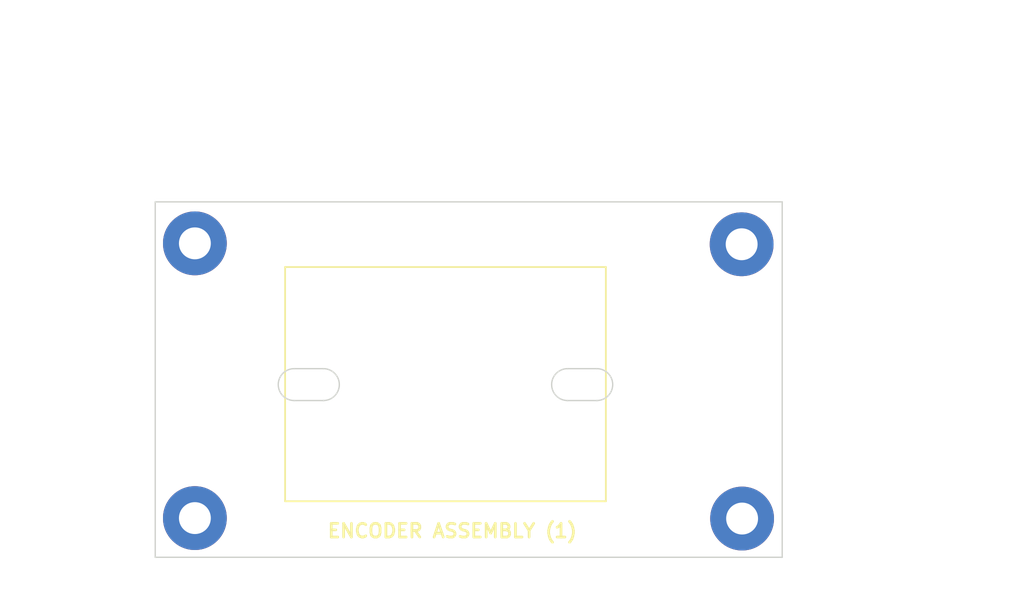
<source format=kicad_pcb>
(kicad_pcb (version 20171130) (host pcbnew "(5.0.0-3-g5ebb6b6)")

  (general
    (thickness 1.6)
    (drawings 33)
    (tracks 0)
    (zones 0)
    (modules 4)
    (nets 1)
  )

  (page A4)
  (layers
    (0 F.Cu signal)
    (31 B.Cu signal)
    (32 B.Adhes user)
    (33 F.Adhes user)
    (34 B.Paste user)
    (35 F.Paste user)
    (36 B.SilkS user)
    (37 F.SilkS user)
    (38 B.Mask user)
    (39 F.Mask user)
    (40 Dwgs.User user)
    (41 Cmts.User user)
    (42 Eco1.User user)
    (43 Eco2.User user)
    (44 Edge.Cuts user)
    (45 Margin user)
    (46 B.CrtYd user)
    (47 F.CrtYd user)
    (48 B.Fab user)
    (49 F.Fab user)
  )

  (setup
    (last_trace_width 0.25)
    (trace_clearance 0.2)
    (zone_clearance 0.508)
    (zone_45_only no)
    (trace_min 0.2)
    (segment_width 0.2)
    (edge_width 0.15)
    (via_size 0.8)
    (via_drill 0.4)
    (via_min_size 0.4)
    (via_min_drill 0.3)
    (uvia_size 0.3)
    (uvia_drill 0.1)
    (uvias_allowed no)
    (uvia_min_size 0.2)
    (uvia_min_drill 0.1)
    (pcb_text_width 0.3)
    (pcb_text_size 1.5 1.5)
    (mod_edge_width 0.15)
    (mod_text_size 1 1)
    (mod_text_width 0.15)
    (pad_size 7 7)
    (pad_drill 3.5)
    (pad_to_mask_clearance 0.2)
    (aux_axis_origin 0 0)
    (visible_elements FFFFFF7F)
    (pcbplotparams
      (layerselection 0x010f0_ffffffff)
      (usegerberextensions false)
      (usegerberattributes false)
      (usegerberadvancedattributes false)
      (creategerberjobfile false)
      (excludeedgelayer true)
      (linewidth 0.100000)
      (plotframeref false)
      (viasonmask false)
      (mode 1)
      (useauxorigin false)
      (hpglpennumber 1)
      (hpglpenspeed 20)
      (hpglpendiameter 15.000000)
      (psnegative false)
      (psa4output false)
      (plotreference true)
      (plotvalue true)
      (plotinvisibletext false)
      (padsonsilk false)
      (subtractmaskfromsilk false)
      (outputformat 1)
      (mirror false)
      (drillshape 0)
      (scaleselection 1)
      (outputdirectory "Gerber/"))
  )

  (net 0 "")

  (net_class Default "This is the default net class."
    (clearance 0.2)
    (trace_width 0.25)
    (via_dia 0.8)
    (via_drill 0.4)
    (uvia_dia 0.3)
    (uvia_drill 0.1)
  )

  (module MountingHole:MountingHole_3.5mm_Pad (layer F.Cu) (tedit 5CC966D0) (tstamp 5CE05EF5)
    (at 77.6 65.7)
    (descr "Mounting Hole 3.5mm")
    (tags "mounting hole 3.5mm")
    (attr virtual)
    (fp_text reference REF** (at 0 -4.5) (layer F.SilkS) hide
      (effects (font (size 1 1) (thickness 0.15)))
    )
    (fp_text value MountingHole_3.5mm_Pad (at 0 4.5) (layer F.Fab) hide
      (effects (font (size 1 1) (thickness 0.15)))
    )
    (fp_circle (center 0 0) (end 3.75 0) (layer F.CrtYd) (width 0.05))
    (fp_circle (center 0 0) (end 3.5 0) (layer Cmts.User) (width 0.15))
    (fp_text user %R (at 0.3 0) (layer F.Fab)
      (effects (font (size 1 1) (thickness 0.15)))
    )
    (pad "" thru_hole circle (at 0 0) (size 7 7) (drill 3.5) (layers *.Cu *.Mask))
  )

  (module MountingHole:MountingHole_3.5mm_Pad (layer F.Cu) (tedit 5CC966CB) (tstamp 5CE05F04)
    (at 77.6 95.85)
    (descr "Mounting Hole 3.5mm")
    (tags "mounting hole 3.5mm")
    (attr virtual)
    (fp_text reference REF** (at 0 -4.5) (layer F.SilkS) hide
      (effects (font (size 1 1) (thickness 0.15)))
    )
    (fp_text value MountingHole_3.5mm_Pad (at 0 4.5) (layer F.Fab) hide
      (effects (font (size 1 1) (thickness 0.15)))
    )
    (fp_circle (center 0 0) (end 3.75 0) (layer F.CrtYd) (width 0.05))
    (fp_circle (center 0 0) (end 3.5 0) (layer Cmts.User) (width 0.15))
    (fp_text user %R (at 0.3 0) (layer F.Fab)
      (effects (font (size 1 1) (thickness 0.15)))
    )
    (pad "" thru_hole circle (at 0 0) (size 7 7) (drill 3.5) (layers *.Cu *.Mask))
  )

  (module MountingHole:MountingHole_3.5mm_Pad (layer F.Cu) (tedit 5CC966C6) (tstamp 5CE05F13)
    (at 137.65 95.9)
    (descr "Mounting Hole 3.5mm")
    (tags "mounting hole 3.5mm")
    (attr virtual)
    (fp_text reference REF** (at 0 -4.5) (layer F.SilkS) hide
      (effects (font (size 1 1) (thickness 0.15)))
    )
    (fp_text value MountingHole_3.5mm_Pad (at 0 4.5) (layer F.Fab) hide
      (effects (font (size 1 1) (thickness 0.15)))
    )
    (fp_circle (center 0 0) (end 3.75 0) (layer F.CrtYd) (width 0.05))
    (fp_circle (center 0 0) (end 3.5 0) (layer Cmts.User) (width 0.15))
    (fp_text user %R (at 0.3 0) (layer F.Fab)
      (effects (font (size 1 1) (thickness 0.15)))
    )
    (pad "" thru_hole circle (at 0 0) (size 7 7) (drill 3.5) (layers *.Cu *.Mask))
  )

  (module MountingHole:MountingHole_3.5mm_Pad (layer F.Cu) (tedit 5CC966C0) (tstamp 5CE05F81)
    (at 137.6 65.8)
    (descr "Mounting Hole 3.5mm")
    (tags "mounting hole 3.5mm")
    (attr virtual)
    (fp_text reference REF** (at 0 -4.5) (layer F.SilkS) hide
      (effects (font (size 1 1) (thickness 0.15)))
    )
    (fp_text value MountingHole_3.5mm_Pad (at 0 4.5) (layer F.Fab) hide
      (effects (font (size 1 1) (thickness 0.15)))
    )
    (fp_circle (center 0 0) (end 3.75 0) (layer F.CrtYd) (width 0.05))
    (fp_circle (center 0 0) (end 3.5 0) (layer Cmts.User) (width 0.15))
    (fp_text user %R (at 0.3 0) (layer F.Fab)
      (effects (font (size 1 1) (thickness 0.15)))
    )
    (pad "" thru_hole circle (at 0 0) (size 7 7) (drill 3.5) (layers *.Cu *.Mask))
  )

  (dimension 68.85 (width 0.3) (layer Dwgs.User)
    (gr_text "68.850 mm" (at 107.575 40.1) (layer Dwgs.User)
      (effects (font (size 1.5 1.5) (thickness 0.3)))
    )
    (feature1 (pts (xy 73.15 62.9) (xy 73.15 41.613579)))
    (feature2 (pts (xy 142 62.9) (xy 142 41.613579)))
    (crossbar (pts (xy 142 42.2) (xy 73.15 42.2)))
    (arrow1a (pts (xy 73.15 42.2) (xy 74.276504 41.613579)))
    (arrow1b (pts (xy 73.15 42.2) (xy 74.276504 42.786421)))
    (arrow2a (pts (xy 142 42.2) (xy 140.873496 41.613579)))
    (arrow2b (pts (xy 142 42.2) (xy 140.873496 42.786421)))
  )
  (dimension 39 (width 0.3) (layer Dwgs.User)
    (gr_text "39.000 mm" (at 166.65 80.6 270) (layer Dwgs.User)
      (effects (font (size 1.5 1.5) (thickness 0.3)))
    )
    (feature1 (pts (xy 141.55 100.1) (xy 165.136421 100.1)))
    (feature2 (pts (xy 141.55 61.1) (xy 165.136421 61.1)))
    (crossbar (pts (xy 164.55 61.1) (xy 164.55 100.1)))
    (arrow1a (pts (xy 164.55 100.1) (xy 163.963579 98.973496)))
    (arrow1b (pts (xy 164.55 100.1) (xy 165.136421 98.973496)))
    (arrow2a (pts (xy 164.55 61.1) (xy 163.963579 62.226504)))
    (arrow2b (pts (xy 164.55 61.1) (xy 165.136421 62.226504)))
  )
  (dimension 12.9 (width 0.3) (layer Dwgs.User)
    (gr_text "12.900 mm" (at 128.248884 74.7 90) (layer Dwgs.User)
      (effects (font (size 1.5 1.5) (thickness 0.3)))
    )
    (feature1 (pts (xy 121.15 68.25) (xy 126.735305 68.25)))
    (feature2 (pts (xy 121.15 81.15) (xy 126.735305 81.15)))
    (crossbar (pts (xy 126.148884 81.15) (xy 126.148884 68.25)))
    (arrow1a (pts (xy 126.148884 68.25) (xy 126.735305 69.376504)))
    (arrow1b (pts (xy 126.148884 68.25) (xy 125.562463 69.376504)))
    (arrow2a (pts (xy 126.148884 81.15) (xy 126.735305 80.023496)))
    (arrow2b (pts (xy 126.148884 81.15) (xy 125.562463 80.023496)))
  )
  (dimension 12.850389 (width 0.3) (layer Dwgs.User)
    (gr_text "12.850 mm" (at 128.249794 87.522083 270.4458726) (layer Dwgs.User)
      (effects (font (size 1.5 1.5) (thickness 0.3)))
    )
    (feature1 (pts (xy 121.5 94) (xy 126.786261 93.958862)))
    (feature2 (pts (xy 121.4 81.15) (xy 126.686261 81.108862)))
    (crossbar (pts (xy 126.099858 81.113425) (xy 126.199858 93.963425)))
    (arrow1a (pts (xy 126.199858 93.963425) (xy 125.604689 92.841519)))
    (arrow1b (pts (xy 126.199858 93.963425) (xy 126.777495 92.832392)))
    (arrow2a (pts (xy 126.099858 81.113425) (xy 125.522221 82.244458)))
    (arrow2b (pts (xy 126.099858 81.113425) (xy 126.695027 82.235331)))
  )
  (gr_arc (start 88.5 81.2) (end 88.5 79.45) (angle -180) (layer Edge.Cuts) (width 0.15) (tstamp 5CE14E85))
  (gr_arc (start 91.7 81.2) (end 91.7 82.95) (angle -180) (layer Edge.Cuts) (width 0.15) (tstamp 5CE14E84))
  (gr_line (start 88.5 79.45) (end 91.7 79.45) (layer Edge.Cuts) (width 0.15) (tstamp 5CE14E83))
  (gr_line (start 88.5 82.95) (end 91.75 82.95) (layer Edge.Cuts) (width 0.15) (tstamp 5CE14E82))
  (gr_line (start 118.5 82.95) (end 121.75 82.95) (layer Edge.Cuts) (width 0.15))
  (gr_line (start 118.5 79.45) (end 121.7 79.45) (layer Edge.Cuts) (width 0.15))
  (gr_arc (start 121.7 81.2) (end 121.7 82.95) (angle -180) (layer Edge.Cuts) (width 0.15))
  (gr_arc (start 118.5 81.2) (end 118.5 79.45) (angle -180) (layer Edge.Cuts) (width 0.15))
  (gr_text "ENCODER ASSEMBLY (1)" (at 105.85 97.25) (layer F.SilkS)
    (effects (font (size 1.5 1.5) (thickness 0.3)))
  )
  (gr_line (start 87.2 81.2) (end 122.25 81.2) (layer Dwgs.User) (width 0.2))
  (dimension 29.050043 (width 0.3) (layer Dwgs.User) (tstamp 5CE14C54)
    (gr_text "29.050 mm" (at 105.091006 71.875015 -0.09861570213) (layer Dwgs.User) (tstamp 5CE14C54)
      (effects (font (size 1.5 1.5) (thickness 0.3)))
    )
    (feature1 (pts (xy 90.55 81.15) (xy 90.563402 73.363592)))
    (feature2 (pts (xy 119.6 81.2) (xy 119.613402 73.413592)))
    (crossbar (pts (xy 119.612392 74.000012) (xy 90.562392 73.950012)))
    (arrow1a (pts (xy 90.562392 73.950012) (xy 91.689903 73.365531)))
    (arrow1b (pts (xy 90.562392 73.950012) (xy 91.687885 74.538371)))
    (arrow2a (pts (xy 119.612392 74.000012) (xy 118.486899 73.411653)))
    (arrow2b (pts (xy 119.612392 74.000012) (xy 118.484881 74.584493)))
  )
  (gr_line (start 122.7 68.3) (end 87.5 68.3) (layer F.SilkS) (width 0.2))
  (gr_line (start 122.7 94) (end 122.7 68.3) (layer F.SilkS) (width 0.2))
  (gr_line (start 87.5 94) (end 122.7 94) (layer F.SilkS) (width 0.2))
  (gr_line (start 87.5 68.3) (end 87.5 94) (layer F.SilkS) (width 0.2))
  (dimension 35 (width 0.3) (layer Dwgs.User)
    (gr_text "35.000 mm" (at 105.227255 58.559915) (layer Dwgs.User)
      (effects (font (size 1.5 1.5) (thickness 0.3)))
    )
    (feature1 (pts (xy 122.727255 68.194597) (xy 122.727255 60.073494)))
    (feature2 (pts (xy 87.727255 68.194597) (xy 87.727255 60.073494)))
    (crossbar (pts (xy 87.727255 60.659915) (xy 122.727255 60.659915)))
    (arrow1a (pts (xy 122.727255 60.659915) (xy 121.600751 61.246336)))
    (arrow1b (pts (xy 122.727255 60.659915) (xy 121.600751 60.073494)))
    (arrow2a (pts (xy 87.727255 60.659915) (xy 88.853759 61.246336)))
    (arrow2b (pts (xy 87.727255 60.659915) (xy 88.853759 60.073494)))
  )
  (dimension 10.050149 (width 0.3) (layer Dwgs.User)
    (gr_text "10.050 mm" (at 82.582518 79.022446 0.3123757753) (layer Dwgs.User)
      (effects (font (size 1.5 1.5) (thickness 0.3)))
    )
    (feature1 (pts (xy 87.55 68.445207) (xy 87.599266 77.481493)))
    (feature2 (pts (xy 77.5 68.5) (xy 77.549266 77.536286)))
    (crossbar (pts (xy 77.546069 76.949874) (xy 87.596069 76.895081)))
    (arrow1a (pts (xy 87.596069 76.895081) (xy 86.472779 77.487635)))
    (arrow1b (pts (xy 87.596069 76.895081) (xy 86.466385 76.314811)))
    (arrow2a (pts (xy 77.546069 76.949874) (xy 78.675753 77.530144)))
    (arrow2b (pts (xy 77.546069 76.949874) (xy 78.669359 76.35732)))
  )
  (gr_line (start 73.25 100.15) (end 73.25 61.15) (layer Edge.Cuts) (width 0.15))
  (gr_line (start 142.05 100.15) (end 73.25 100.15) (layer Edge.Cuts) (width 0.15))
  (gr_line (start 142.05 61.15) (end 142.05 100.15) (layer Edge.Cuts) (width 0.15))
  (gr_line (start 73.25 61.15) (end 142.05 61.15) (layer Edge.Cuts) (width 0.15))
  (dimension 4.2 (width 0.3) (layer Dwgs.User)
    (gr_text "4.200 mm" (at 61.75 63.65 270) (layer Dwgs.User)
      (effects (font (size 1.5 1.5) (thickness 0.3)))
    )
    (feature1 (pts (xy 70.85 65.75) (xy 63.263579 65.75)))
    (feature2 (pts (xy 70.85 61.55) (xy 63.263579 61.55)))
    (crossbar (pts (xy 63.85 61.55) (xy 63.85 65.75)))
    (arrow1a (pts (xy 63.85 65.75) (xy 63.263579 64.623496)))
    (arrow1b (pts (xy 63.85 65.75) (xy 64.436421 64.623496)))
    (arrow2a (pts (xy 63.85 61.55) (xy 63.263579 62.676504)))
    (arrow2b (pts (xy 63.85 61.55) (xy 64.436421 62.676504)))
  )
  (dimension 30.05 (width 0.3) (layer Dwgs.User)
    (gr_text "30.050 mm" (at 61.75 80.775 270) (layer Dwgs.User)
      (effects (font (size 1.5 1.5) (thickness 0.3)))
    )
    (feature1 (pts (xy 77.65 95.8) (xy 63.263579 95.8)))
    (feature2 (pts (xy 77.65 65.75) (xy 63.263579 65.75)))
    (crossbar (pts (xy 63.85 65.75) (xy 63.85 95.8)))
    (arrow1a (pts (xy 63.85 95.8) (xy 63.263579 94.673496)))
    (arrow1b (pts (xy 63.85 95.8) (xy 64.436421 94.673496)))
    (arrow2a (pts (xy 63.85 65.75) (xy 63.263579 66.876504)))
    (arrow2b (pts (xy 63.85 65.75) (xy 64.436421 66.876504)))
  )
  (dimension 4.200298 (width 0.3) (layer Dwgs.User)
    (gr_text "4.200 mm" (at 151.724192 63.569653 270.6820604) (layer Dwgs.User)
      (effects (font (size 1.5 1.5) (thickness 0.3)))
    )
    (feature1 (pts (xy 145 65.75) (xy 150.23572 65.68767)))
    (feature2 (pts (xy 144.95 61.55) (xy 150.18572 61.48767)))
    (crossbar (pts (xy 149.599341 61.494651) (xy 149.649341 65.694651)))
    (arrow1a (pts (xy 149.649341 65.694651) (xy 149.049552 64.575208)))
    (arrow1b (pts (xy 149.649341 65.694651) (xy 150.22231 64.561246)))
    (arrow2a (pts (xy 149.599341 61.494651) (xy 149.026372 62.628056)))
    (arrow2b (pts (xy 149.599341 61.494651) (xy 150.19913 62.614094)))
  )
  (dimension 30.000167 (width 0.3) (layer Dwgs.User)
    (gr_text "30.000 mm" (at 151.800687 80.752998 270.1909852) (layer Dwgs.User)
      (effects (font (size 1.5 1.5) (thickness 0.3)))
    )
    (feature1 (pts (xy 137.75 95.8) (xy 150.337117 95.758043)))
    (feature2 (pts (xy 137.65 65.8) (xy 150.237117 65.758043)))
    (crossbar (pts (xy 149.650699 65.759998) (xy 149.750699 95.759998)))
    (arrow1a (pts (xy 149.750699 95.759998) (xy 149.160527 94.635455)))
    (arrow1b (pts (xy 149.750699 95.759998) (xy 150.333361 94.631546)))
    (arrow2a (pts (xy 149.650699 65.759998) (xy 149.068037 66.88845)))
    (arrow2b (pts (xy 149.650699 65.759998) (xy 150.240871 66.884541)))
  )
  (dimension 7.600658 (width 0.3) (layer Dwgs.User)
    (gr_text "7.601 mm" (at 73.689465 53.099299 0.7538483331) (layer Dwgs.User)
      (effects (font (size 1.5 1.5) (thickness 0.3)))
    )
    (feature1 (pts (xy 77.6 61.45) (xy 77.509378 54.562747)))
    (feature2 (pts (xy 70 61.55) (xy 69.909378 54.662747)))
    (crossbar (pts (xy 69.917094 55.249117) (xy 77.517094 55.149117)))
    (arrow1a (pts (xy 77.517094 55.149117) (xy 76.398403 55.750308)))
    (arrow1b (pts (xy 77.517094 55.149117) (xy 76.382972 54.577568)))
    (arrow2a (pts (xy 69.917094 55.249117) (xy 71.051216 55.820666)))
    (arrow2b (pts (xy 69.917094 55.249117) (xy 71.035785 54.647926)))
  )
  (dimension 7.6 (width 0.3) (layer Dwgs.User)
    (gr_text "7.600 mm" (at 73.8 105.65) (layer Dwgs.User)
      (effects (font (size 1.5 1.5) (thickness 0.3)))
    )
    (feature1 (pts (xy 77.6 98) (xy 77.6 104.136421)))
    (feature2 (pts (xy 70 98) (xy 70 104.136421)))
    (crossbar (pts (xy 70 103.55) (xy 77.6 103.55)))
    (arrow1a (pts (xy 77.6 103.55) (xy 76.473496 104.136421)))
    (arrow1b (pts (xy 77.6 103.55) (xy 76.473496 102.963579)))
    (arrow2a (pts (xy 70 103.55) (xy 71.126504 104.136421)))
    (arrow2b (pts (xy 70 103.55) (xy 71.126504 102.963579)))
  )
  (dimension 60 (width 0.3) (layer Dwgs.User)
    (gr_text "60.000 mm" (at 107.6 105.760016) (layer Dwgs.User)
      (effects (font (size 1.5 1.5) (thickness 0.3)))
    )
    (feature1 (pts (xy 137.6 94.65) (xy 137.6 104.246437)))
    (feature2 (pts (xy 77.6 94.65) (xy 77.6 104.246437)))
    (crossbar (pts (xy 77.6 103.660016) (xy 137.6 103.660016)))
    (arrow1a (pts (xy 137.6 103.660016) (xy 136.473496 104.246437)))
    (arrow1b (pts (xy 137.6 103.660016) (xy 136.473496 103.073595)))
    (arrow2a (pts (xy 77.6 103.660016) (xy 78.726504 104.246437)))
    (arrow2b (pts (xy 77.6 103.660016) (xy 78.726504 103.073595)))
  )
  (dimension 60.000021 (width 0.3) (layer Dwgs.User)
    (gr_text "60.000 mm" (at 107.58427 53.042718 0.04774647188) (layer Dwgs.User)
      (effects (font (size 1.5 1.5) (thickness 0.3)))
    )
    (feature1 (pts (xy 77.594578 65.437021) (xy 77.585532 54.581296)))
    (feature2 (pts (xy 137.594578 65.387021) (xy 137.585532 54.531296)))
    (crossbar (pts (xy 137.58602 55.117717) (xy 77.58602 55.167717)))
    (arrow1a (pts (xy 77.58602 55.167717) (xy 78.712035 54.580358)))
    (arrow1b (pts (xy 77.58602 55.167717) (xy 78.713012 55.753199)))
    (arrow2a (pts (xy 137.58602 55.117717) (xy 136.459028 54.532235)))
    (arrow2b (pts (xy 137.58602 55.117717) (xy 136.460005 55.705076)))
  )

)

</source>
